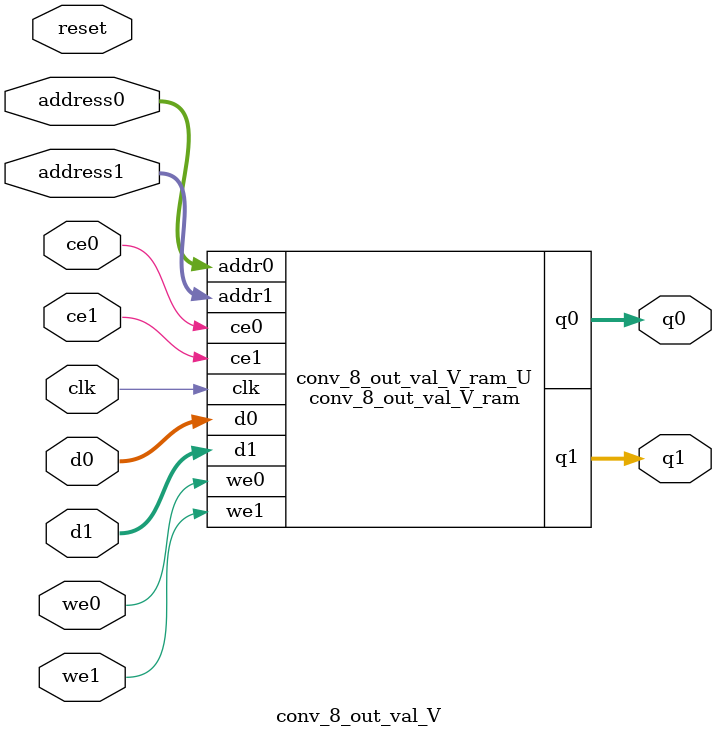
<source format=v>

`timescale 1 ns / 1 ps
module conv_8_out_val_V_ram (addr0, ce0, d0, we0, q0, addr1, ce1, d1, we1, q1,  clk);

parameter DWIDTH = 16;
parameter AWIDTH = 5;
parameter MEM_SIZE = 32;

input[AWIDTH-1:0] addr0;
input ce0;
input[DWIDTH-1:0] d0;
input we0;
output reg[DWIDTH-1:0] q0;
input[AWIDTH-1:0] addr1;
input ce1;
input[DWIDTH-1:0] d1;
input we1;
output reg[DWIDTH-1:0] q1;
input clk;

(* ram_style = "block" *)reg [DWIDTH-1:0] ram[0:MEM_SIZE-1];




always @(posedge clk)  
begin 
    if (ce0) 
    begin
        if (we0) 
        begin 
            ram[addr0] <= d0; 
            q0 <= d0;
        end 
        else 
            q0 <= ram[addr0];
    end
end


always @(posedge clk)  
begin 
    if (ce1) 
    begin
        if (we1) 
        begin 
            ram[addr1] <= d1; 
            q1 <= d1;
        end 
        else 
            q1 <= ram[addr1];
    end
end


endmodule


`timescale 1 ns / 1 ps
module conv_8_out_val_V(
    reset,
    clk,
    address0,
    ce0,
    we0,
    d0,
    q0,
    address1,
    ce1,
    we1,
    d1,
    q1);

parameter DataWidth = 32'd16;
parameter AddressRange = 32'd32;
parameter AddressWidth = 32'd5;
input reset;
input clk;
input[AddressWidth - 1:0] address0;
input ce0;
input we0;
input[DataWidth - 1:0] d0;
output[DataWidth - 1:0] q0;
input[AddressWidth - 1:0] address1;
input ce1;
input we1;
input[DataWidth - 1:0] d1;
output[DataWidth - 1:0] q1;



conv_8_out_val_V_ram conv_8_out_val_V_ram_U(
    .clk( clk ),
    .addr0( address0 ),
    .ce0( ce0 ),
    .d0( d0 ),
    .we0( we0 ),
    .q0( q0 ),
    .addr1( address1 ),
    .ce1( ce1 ),
    .d1( d1 ),
    .we1( we1 ),
    .q1( q1 ));

endmodule


</source>
